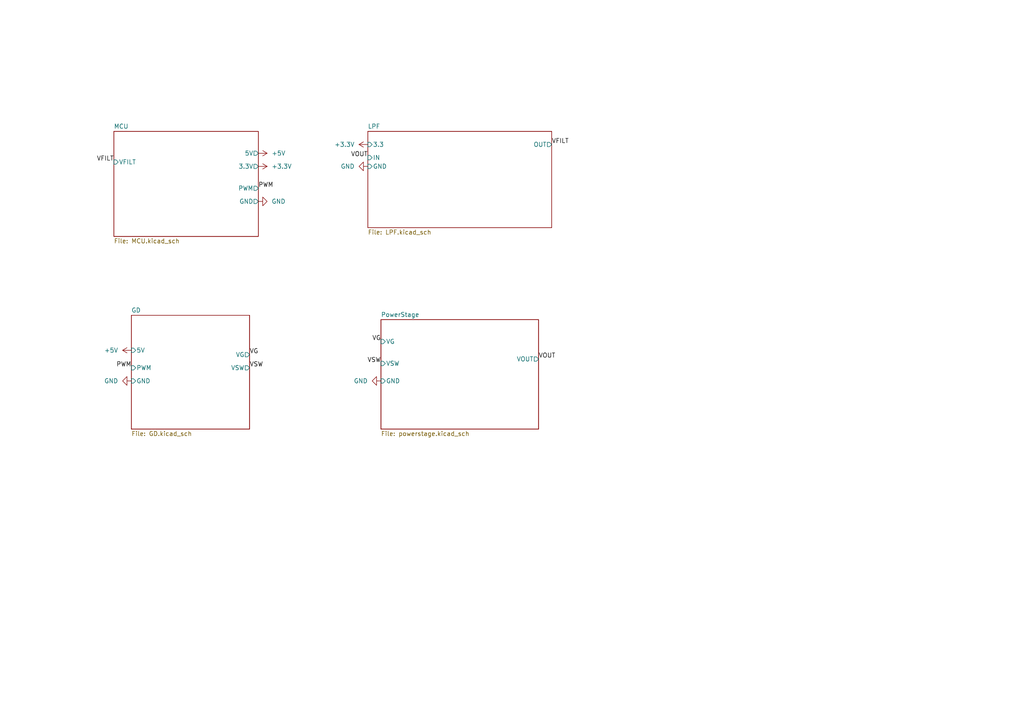
<source format=kicad_sch>
(kicad_sch
	(version 20231120)
	(generator "eeschema")
	(generator_version "8.0")
	(uuid "7f27460f-edcd-4f17-aec5-23474ccb900d")
	(paper "A4")
	(lib_symbols
		(symbol "power:+3.3V"
			(power)
			(pin_numbers hide)
			(pin_names
				(offset 0) hide)
			(exclude_from_sim no)
			(in_bom yes)
			(on_board yes)
			(property "Reference" "#PWR"
				(at 0 -3.81 0)
				(effects
					(font
						(size 1.27 1.27)
					)
					(hide yes)
				)
			)
			(property "Value" "+3.3V"
				(at 0 3.556 0)
				(effects
					(font
						(size 1.27 1.27)
					)
				)
			)
			(property "Footprint" ""
				(at 0 0 0)
				(effects
					(font
						(size 1.27 1.27)
					)
					(hide yes)
				)
			)
			(property "Datasheet" ""
				(at 0 0 0)
				(effects
					(font
						(size 1.27 1.27)
					)
					(hide yes)
				)
			)
			(property "Description" "Power symbol creates a global label with name \"+3.3V\""
				(at 0 0 0)
				(effects
					(font
						(size 1.27 1.27)
					)
					(hide yes)
				)
			)
			(property "ki_keywords" "global power"
				(at 0 0 0)
				(effects
					(font
						(size 1.27 1.27)
					)
					(hide yes)
				)
			)
			(symbol "+3.3V_0_1"
				(polyline
					(pts
						(xy -0.762 1.27) (xy 0 2.54)
					)
					(stroke
						(width 0)
						(type default)
					)
					(fill
						(type none)
					)
				)
				(polyline
					(pts
						(xy 0 0) (xy 0 2.54)
					)
					(stroke
						(width 0)
						(type default)
					)
					(fill
						(type none)
					)
				)
				(polyline
					(pts
						(xy 0 2.54) (xy 0.762 1.27)
					)
					(stroke
						(width 0)
						(type default)
					)
					(fill
						(type none)
					)
				)
			)
			(symbol "+3.3V_1_1"
				(pin power_in line
					(at 0 0 90)
					(length 0)
					(name "~"
						(effects
							(font
								(size 1.27 1.27)
							)
						)
					)
					(number "1"
						(effects
							(font
								(size 1.27 1.27)
							)
						)
					)
				)
			)
		)
		(symbol "power:+5V"
			(power)
			(pin_numbers hide)
			(pin_names
				(offset 0) hide)
			(exclude_from_sim no)
			(in_bom yes)
			(on_board yes)
			(property "Reference" "#PWR"
				(at 0 -3.81 0)
				(effects
					(font
						(size 1.27 1.27)
					)
					(hide yes)
				)
			)
			(property "Value" "+5V"
				(at 0 3.556 0)
				(effects
					(font
						(size 1.27 1.27)
					)
				)
			)
			(property "Footprint" ""
				(at 0 0 0)
				(effects
					(font
						(size 1.27 1.27)
					)
					(hide yes)
				)
			)
			(property "Datasheet" ""
				(at 0 0 0)
				(effects
					(font
						(size 1.27 1.27)
					)
					(hide yes)
				)
			)
			(property "Description" "Power symbol creates a global label with name \"+5V\""
				(at 0 0 0)
				(effects
					(font
						(size 1.27 1.27)
					)
					(hide yes)
				)
			)
			(property "ki_keywords" "global power"
				(at 0 0 0)
				(effects
					(font
						(size 1.27 1.27)
					)
					(hide yes)
				)
			)
			(symbol "+5V_0_1"
				(polyline
					(pts
						(xy -0.762 1.27) (xy 0 2.54)
					)
					(stroke
						(width 0)
						(type default)
					)
					(fill
						(type none)
					)
				)
				(polyline
					(pts
						(xy 0 0) (xy 0 2.54)
					)
					(stroke
						(width 0)
						(type default)
					)
					(fill
						(type none)
					)
				)
				(polyline
					(pts
						(xy 0 2.54) (xy 0.762 1.27)
					)
					(stroke
						(width 0)
						(type default)
					)
					(fill
						(type none)
					)
				)
			)
			(symbol "+5V_1_1"
				(pin power_in line
					(at 0 0 90)
					(length 0)
					(name "~"
						(effects
							(font
								(size 1.27 1.27)
							)
						)
					)
					(number "1"
						(effects
							(font
								(size 1.27 1.27)
							)
						)
					)
				)
			)
		)
		(symbol "power:GND"
			(power)
			(pin_numbers hide)
			(pin_names
				(offset 0) hide)
			(exclude_from_sim no)
			(in_bom yes)
			(on_board yes)
			(property "Reference" "#PWR"
				(at 0 -6.35 0)
				(effects
					(font
						(size 1.27 1.27)
					)
					(hide yes)
				)
			)
			(property "Value" "GND"
				(at 0 -3.81 0)
				(effects
					(font
						(size 1.27 1.27)
					)
				)
			)
			(property "Footprint" ""
				(at 0 0 0)
				(effects
					(font
						(size 1.27 1.27)
					)
					(hide yes)
				)
			)
			(property "Datasheet" ""
				(at 0 0 0)
				(effects
					(font
						(size 1.27 1.27)
					)
					(hide yes)
				)
			)
			(property "Description" "Power symbol creates a global label with name \"GND\" , ground"
				(at 0 0 0)
				(effects
					(font
						(size 1.27 1.27)
					)
					(hide yes)
				)
			)
			(property "ki_keywords" "global power"
				(at 0 0 0)
				(effects
					(font
						(size 1.27 1.27)
					)
					(hide yes)
				)
			)
			(symbol "GND_0_1"
				(polyline
					(pts
						(xy 0 0) (xy 0 -1.27) (xy 1.27 -1.27) (xy 0 -2.54) (xy -1.27 -1.27) (xy 0 -1.27)
					)
					(stroke
						(width 0)
						(type default)
					)
					(fill
						(type none)
					)
				)
			)
			(symbol "GND_1_1"
				(pin power_in line
					(at 0 0 270)
					(length 0)
					(name "~"
						(effects
							(font
								(size 1.27 1.27)
							)
						)
					)
					(number "1"
						(effects
							(font
								(size 1.27 1.27)
							)
						)
					)
				)
			)
		)
	)
	(label "VSW"
		(at 72.39 106.68 0)
		(effects
			(font
				(size 1.27 1.27)
			)
			(justify left bottom)
		)
		(uuid "0acc5de2-4c32-4ac6-9e52-62e8acb09c04")
	)
	(label "VOUT"
		(at 106.68 45.72 180)
		(effects
			(font
				(size 1.27 1.27)
			)
			(justify right bottom)
		)
		(uuid "15bd35da-adc4-4a74-8cb3-d8fbe9b2534c")
	)
	(label "VSW"
		(at 110.49 105.41 180)
		(effects
			(font
				(size 1.27 1.27)
			)
			(justify right bottom)
		)
		(uuid "359a3e89-455a-4a0a-b18a-adf035692bb4")
	)
	(label "VG"
		(at 72.39 102.87 0)
		(effects
			(font
				(size 1.27 1.27)
			)
			(justify left bottom)
		)
		(uuid "4032f11a-92b6-4439-8b5f-d97044f6e12b")
	)
	(label "PWM"
		(at 38.1 106.68 180)
		(effects
			(font
				(size 1.27 1.27)
			)
			(justify right bottom)
		)
		(uuid "66bee2dc-89c7-448d-8f4f-332b2d4b58c6")
	)
	(label "VFILT"
		(at 160.02 41.91 0)
		(effects
			(font
				(size 1.27 1.27)
			)
			(justify left bottom)
		)
		(uuid "70bc74f0-cc78-4a82-ae85-e896787e09b4")
	)
	(label "VG"
		(at 110.49 99.06 180)
		(effects
			(font
				(size 1.27 1.27)
			)
			(justify right bottom)
		)
		(uuid "990424e6-0e3a-4e38-8496-f7217bc9f4d1")
	)
	(label "VOUT"
		(at 156.21 104.14 0)
		(effects
			(font
				(size 1.27 1.27)
			)
			(justify left bottom)
		)
		(uuid "9af53626-fdaa-4fac-b4b4-8336ffbe5016")
	)
	(label "VFILT"
		(at 33.02 46.99 180)
		(effects
			(font
				(size 1.27 1.27)
			)
			(justify right bottom)
		)
		(uuid "d9ac09e7-43af-4e1a-8b35-1a0a53d57134")
	)
	(label "PWM"
		(at 74.93 54.61 0)
		(effects
			(font
				(size 1.27 1.27)
			)
			(justify left bottom)
		)
		(uuid "f116ee58-03e8-45b1-af5c-57f43320e9a8")
	)
	(symbol
		(lib_id "power:GND")
		(at 110.49 110.49 270)
		(unit 1)
		(exclude_from_sim no)
		(in_bom yes)
		(on_board yes)
		(dnp no)
		(fields_autoplaced yes)
		(uuid "1c3fa474-9c3e-474f-b129-2ff611610923")
		(property "Reference" "#PWR02"
			(at 104.14 110.49 0)
			(effects
				(font
					(size 1.27 1.27)
				)
				(hide yes)
			)
		)
		(property "Value" "GND"
			(at 106.68 110.4899 90)
			(effects
				(font
					(size 1.27 1.27)
				)
				(justify right)
			)
		)
		(property "Footprint" ""
			(at 110.49 110.49 0)
			(effects
				(font
					(size 1.27 1.27)
				)
				(hide yes)
			)
		)
		(property "Datasheet" ""
			(at 110.49 110.49 0)
			(effects
				(font
					(size 1.27 1.27)
				)
				(hide yes)
			)
		)
		(property "Description" "Power symbol creates a global label with name \"GND\" , ground"
			(at 110.49 110.49 0)
			(effects
				(font
					(size 1.27 1.27)
				)
				(hide yes)
			)
		)
		(pin "1"
			(uuid "03174829-f80d-4f42-9901-31be9f731049")
		)
		(instances
			(project ""
				(path "/7f27460f-edcd-4f17-aec5-23474ccb900d"
					(reference "#PWR02")
					(unit 1)
				)
			)
		)
	)
	(symbol
		(lib_id "power:GND")
		(at 74.93 58.42 90)
		(unit 1)
		(exclude_from_sim no)
		(in_bom yes)
		(on_board yes)
		(dnp no)
		(fields_autoplaced yes)
		(uuid "3481b5da-4c00-49ca-8cca-75b1cc49f409")
		(property "Reference" "#PWR03"
			(at 81.28 58.42 0)
			(effects
				(font
					(size 1.27 1.27)
				)
				(hide yes)
			)
		)
		(property "Value" "GND"
			(at 78.74 58.4199 90)
			(effects
				(font
					(size 1.27 1.27)
				)
				(justify right)
			)
		)
		(property "Footprint" ""
			(at 74.93 58.42 0)
			(effects
				(font
					(size 1.27 1.27)
				)
				(hide yes)
			)
		)
		(property "Datasheet" ""
			(at 74.93 58.42 0)
			(effects
				(font
					(size 1.27 1.27)
				)
				(hide yes)
			)
		)
		(property "Description" "Power symbol creates a global label with name \"GND\" , ground"
			(at 74.93 58.42 0)
			(effects
				(font
					(size 1.27 1.27)
				)
				(hide yes)
			)
		)
		(pin "1"
			(uuid "6bdddfec-702a-465f-b2d7-b5a92d9096eb")
		)
		(instances
			(project ""
				(path "/7f27460f-edcd-4f17-aec5-23474ccb900d"
					(reference "#PWR03")
					(unit 1)
				)
			)
		)
	)
	(symbol
		(lib_id "power:+5V")
		(at 38.1 101.6 90)
		(unit 1)
		(exclude_from_sim no)
		(in_bom yes)
		(on_board yes)
		(dnp no)
		(fields_autoplaced yes)
		(uuid "4b5315cb-c500-493e-a8b8-e7e63aa803a8")
		(property "Reference" "#PWR08"
			(at 41.91 101.6 0)
			(effects
				(font
					(size 1.27 1.27)
				)
				(hide yes)
			)
		)
		(property "Value" "+5V"
			(at 34.29 101.5999 90)
			(effects
				(font
					(size 1.27 1.27)
				)
				(justify left)
			)
		)
		(property "Footprint" ""
			(at 38.1 101.6 0)
			(effects
				(font
					(size 1.27 1.27)
				)
				(hide yes)
			)
		)
		(property "Datasheet" ""
			(at 38.1 101.6 0)
			(effects
				(font
					(size 1.27 1.27)
				)
				(hide yes)
			)
		)
		(property "Description" "Power symbol creates a global label with name \"+5V\""
			(at 38.1 101.6 0)
			(effects
				(font
					(size 1.27 1.27)
				)
				(hide yes)
			)
		)
		(pin "1"
			(uuid "cbafb7a4-7dd5-479f-bc84-2e038b389d19")
		)
		(instances
			(project ""
				(path "/7f27460f-edcd-4f17-aec5-23474ccb900d"
					(reference "#PWR08")
					(unit 1)
				)
			)
		)
	)
	(symbol
		(lib_id "power:GND")
		(at 38.1 110.49 270)
		(unit 1)
		(exclude_from_sim no)
		(in_bom yes)
		(on_board yes)
		(dnp no)
		(fields_autoplaced yes)
		(uuid "763ff1c6-3758-4bf1-be86-335e659f483d")
		(property "Reference" "#PWR01"
			(at 31.75 110.49 0)
			(effects
				(font
					(size 1.27 1.27)
				)
				(hide yes)
			)
		)
		(property "Value" "GND"
			(at 34.29 110.4899 90)
			(effects
				(font
					(size 1.27 1.27)
				)
				(justify right)
			)
		)
		(property "Footprint" ""
			(at 38.1 110.49 0)
			(effects
				(font
					(size 1.27 1.27)
				)
				(hide yes)
			)
		)
		(property "Datasheet" ""
			(at 38.1 110.49 0)
			(effects
				(font
					(size 1.27 1.27)
				)
				(hide yes)
			)
		)
		(property "Description" "Power symbol creates a global label with name \"GND\" , ground"
			(at 38.1 110.49 0)
			(effects
				(font
					(size 1.27 1.27)
				)
				(hide yes)
			)
		)
		(pin "1"
			(uuid "6d079c74-58fa-4106-9904-53732d769a13")
		)
		(instances
			(project ""
				(path "/7f27460f-edcd-4f17-aec5-23474ccb900d"
					(reference "#PWR01")
					(unit 1)
				)
			)
		)
	)
	(symbol
		(lib_id "power:+3.3V")
		(at 74.93 48.26 270)
		(unit 1)
		(exclude_from_sim no)
		(in_bom yes)
		(on_board yes)
		(dnp no)
		(fields_autoplaced yes)
		(uuid "a2489221-f580-4346-ae4f-862aa51f75bd")
		(property "Reference" "#PWR05"
			(at 71.12 48.26 0)
			(effects
				(font
					(size 1.27 1.27)
				)
				(hide yes)
			)
		)
		(property "Value" "+3.3V"
			(at 78.74 48.2599 90)
			(effects
				(font
					(size 1.27 1.27)
				)
				(justify left)
			)
		)
		(property "Footprint" ""
			(at 74.93 48.26 0)
			(effects
				(font
					(size 1.27 1.27)
				)
				(hide yes)
			)
		)
		(property "Datasheet" ""
			(at 74.93 48.26 0)
			(effects
				(font
					(size 1.27 1.27)
				)
				(hide yes)
			)
		)
		(property "Description" "Power symbol creates a global label with name \"+3.3V\""
			(at 74.93 48.26 0)
			(effects
				(font
					(size 1.27 1.27)
				)
				(hide yes)
			)
		)
		(pin "1"
			(uuid "59188fcc-257a-46b1-ac98-7baf05e7e2c5")
		)
		(instances
			(project ""
				(path "/7f27460f-edcd-4f17-aec5-23474ccb900d"
					(reference "#PWR05")
					(unit 1)
				)
			)
		)
	)
	(symbol
		(lib_id "power:+3.3V")
		(at 106.68 41.91 90)
		(unit 1)
		(exclude_from_sim no)
		(in_bom yes)
		(on_board yes)
		(dnp no)
		(fields_autoplaced yes)
		(uuid "c0dee49a-5639-4808-9972-d8ef2b9d8177")
		(property "Reference" "#PWR06"
			(at 110.49 41.91 0)
			(effects
				(font
					(size 1.27 1.27)
				)
				(hide yes)
			)
		)
		(property "Value" "+3.3V"
			(at 102.87 41.9099 90)
			(effects
				(font
					(size 1.27 1.27)
				)
				(justify left)
			)
		)
		(property "Footprint" ""
			(at 106.68 41.91 0)
			(effects
				(font
					(size 1.27 1.27)
				)
				(hide yes)
			)
		)
		(property "Datasheet" ""
			(at 106.68 41.91 0)
			(effects
				(font
					(size 1.27 1.27)
				)
				(hide yes)
			)
		)
		(property "Description" "Power symbol creates a global label with name \"+3.3V\""
			(at 106.68 41.91 0)
			(effects
				(font
					(size 1.27 1.27)
				)
				(hide yes)
			)
		)
		(pin "1"
			(uuid "3f4f6226-4e1d-4c74-b22e-0cd4941e8139")
		)
		(instances
			(project ""
				(path "/7f27460f-edcd-4f17-aec5-23474ccb900d"
					(reference "#PWR06")
					(unit 1)
				)
			)
		)
	)
	(symbol
		(lib_id "power:GND")
		(at 106.68 48.26 270)
		(unit 1)
		(exclude_from_sim no)
		(in_bom yes)
		(on_board yes)
		(dnp no)
		(fields_autoplaced yes)
		(uuid "eabf3ae0-8218-470b-b93d-427863e2128c")
		(property "Reference" "#PWR04"
			(at 100.33 48.26 0)
			(effects
				(font
					(size 1.27 1.27)
				)
				(hide yes)
			)
		)
		(property "Value" "GND"
			(at 102.87 48.2599 90)
			(effects
				(font
					(size 1.27 1.27)
				)
				(justify right)
			)
		)
		(property "Footprint" ""
			(at 106.68 48.26 0)
			(effects
				(font
					(size 1.27 1.27)
				)
				(hide yes)
			)
		)
		(property "Datasheet" ""
			(at 106.68 48.26 0)
			(effects
				(font
					(size 1.27 1.27)
				)
				(hide yes)
			)
		)
		(property "Description" "Power symbol creates a global label with name \"GND\" , ground"
			(at 106.68 48.26 0)
			(effects
				(font
					(size 1.27 1.27)
				)
				(hide yes)
			)
		)
		(pin "1"
			(uuid "8cd2a751-9e60-4aa6-9d46-22ba4009c21d")
		)
		(instances
			(project ""
				(path "/7f27460f-edcd-4f17-aec5-23474ccb900d"
					(reference "#PWR04")
					(unit 1)
				)
			)
		)
	)
	(symbol
		(lib_id "power:+5V")
		(at 74.93 44.45 270)
		(unit 1)
		(exclude_from_sim no)
		(in_bom yes)
		(on_board yes)
		(dnp no)
		(fields_autoplaced yes)
		(uuid "f1f4a838-c565-4e3c-be64-6a7fb75355f6")
		(property "Reference" "#PWR07"
			(at 71.12 44.45 0)
			(effects
				(font
					(size 1.27 1.27)
				)
				(hide yes)
			)
		)
		(property "Value" "+5V"
			(at 78.74 44.4499 90)
			(effects
				(font
					(size 1.27 1.27)
				)
				(justify left)
			)
		)
		(property "Footprint" ""
			(at 74.93 44.45 0)
			(effects
				(font
					(size 1.27 1.27)
				)
				(hide yes)
			)
		)
		(property "Datasheet" ""
			(at 74.93 44.45 0)
			(effects
				(font
					(size 1.27 1.27)
				)
				(hide yes)
			)
		)
		(property "Description" "Power symbol creates a global label with name \"+5V\""
			(at 74.93 44.45 0)
			(effects
				(font
					(size 1.27 1.27)
				)
				(hide yes)
			)
		)
		(pin "1"
			(uuid "7d85e98b-4ae1-4737-81d7-f35d221b1573")
		)
		(instances
			(project ""
				(path "/7f27460f-edcd-4f17-aec5-23474ccb900d"
					(reference "#PWR07")
					(unit 1)
				)
			)
		)
	)
	(sheet
		(at 110.49 92.71)
		(size 45.72 31.75)
		(fields_autoplaced yes)
		(stroke
			(width 0.1524)
			(type solid)
		)
		(fill
			(color 0 0 0 0.0000)
		)
		(uuid "61ab86af-0b69-4601-a42a-ab50c6e164b6")
		(property "Sheetname" "PowerStage"
			(at 110.49 91.9984 0)
			(effects
				(font
					(size 1.27 1.27)
				)
				(justify left bottom)
			)
		)
		(property "Sheetfile" "powerstage.kicad_sch"
			(at 110.49 125.0446 0)
			(effects
				(font
					(size 1.27 1.27)
				)
				(justify left top)
			)
		)
		(pin "VG" input
			(at 110.49 99.06 180)
			(effects
				(font
					(size 1.27 1.27)
				)
				(justify left)
			)
			(uuid "5610c89c-f054-4438-b62a-ee8854adda4b")
		)
		(pin "VSW" input
			(at 110.49 105.41 180)
			(effects
				(font
					(size 1.27 1.27)
				)
				(justify left)
			)
			(uuid "fa733140-71f4-424a-8904-8cf0bfbd5956")
		)
		(pin "GND" input
			(at 110.49 110.49 180)
			(effects
				(font
					(size 1.27 1.27)
				)
				(justify left)
			)
			(uuid "2ea2bb2b-8e45-4b1e-b599-1d87c24e06ec")
		)
		(pin "VOUT" output
			(at 156.21 104.14 0)
			(effects
				(font
					(size 1.27 1.27)
				)
				(justify right)
			)
			(uuid "88bc5e27-1445-4695-b4a1-5027906a16e9")
		)
		(instances
			(project "NEW1"
				(path "/7f27460f-edcd-4f17-aec5-23474ccb900d"
					(page "5")
				)
			)
		)
	)
	(sheet
		(at 106.68 38.1)
		(size 53.34 27.94)
		(fields_autoplaced yes)
		(stroke
			(width 0.1524)
			(type solid)
		)
		(fill
			(color 0 0 0 0.0000)
		)
		(uuid "68f1c2b9-f8e6-4df9-b77c-5a4062b6111f")
		(property "Sheetname" "LPF"
			(at 106.68 37.3884 0)
			(effects
				(font
					(size 1.27 1.27)
				)
				(justify left bottom)
			)
		)
		(property "Sheetfile" "LPF.kicad_sch"
			(at 106.68 66.6246 0)
			(effects
				(font
					(size 1.27 1.27)
				)
				(justify left top)
			)
		)
		(pin "3.3" input
			(at 106.68 41.91 180)
			(effects
				(font
					(size 1.27 1.27)
				)
				(justify left)
			)
			(uuid "75e597d3-2ac3-4ec8-94ec-a33847917078")
		)
		(pin "IN" input
			(at 106.68 45.72 180)
			(effects
				(font
					(size 1.27 1.27)
				)
				(justify left)
			)
			(uuid "ab7d16bd-c27d-4645-8dcd-581d05990372")
		)
		(pin "GND" input
			(at 106.68 48.26 180)
			(effects
				(font
					(size 1.27 1.27)
				)
				(justify left)
			)
			(uuid "8b653e8b-5d60-4421-87b1-c304afa6f5df")
		)
		(pin "OUT" output
			(at 160.02 41.91 0)
			(effects
				(font
					(size 1.27 1.27)
				)
				(justify right)
			)
			(uuid "6bed92d3-818c-4903-b467-2a0d93db3cc9")
		)
		(instances
			(project "NEW1"
				(path "/7f27460f-edcd-4f17-aec5-23474ccb900d"
					(page "3")
				)
			)
		)
	)
	(sheet
		(at 38.1 91.44)
		(size 34.29 33.02)
		(fields_autoplaced yes)
		(stroke
			(width 0.1524)
			(type solid)
		)
		(fill
			(color 0 0 0 0.0000)
		)
		(uuid "8ef7c625-75c7-44b6-a787-19d5b838164a")
		(property "Sheetname" "GD"
			(at 38.1 90.7284 0)
			(effects
				(font
					(size 1.27 1.27)
				)
				(justify left bottom)
			)
		)
		(property "Sheetfile" "GD.kicad_sch"
			(at 38.1 125.0446 0)
			(effects
				(font
					(size 1.27 1.27)
				)
				(justify left top)
			)
		)
		(pin "5V" input
			(at 38.1 101.6 180)
			(effects
				(font
					(size 1.27 1.27)
				)
				(justify left)
			)
			(uuid "2c27ebdf-f8b5-421b-8650-09cbee508df2")
		)
		(pin "PWM" input
			(at 38.1 106.68 180)
			(effects
				(font
					(size 1.27 1.27)
				)
				(justify left)
			)
			(uuid "65a3ad3e-944f-4908-8678-311ad4cc5730")
		)
		(pin "GND" input
			(at 38.1 110.49 180)
			(effects
				(font
					(size 1.27 1.27)
				)
				(justify left)
			)
			(uuid "13f46bad-dd9c-4510-aaef-2fa303d2e9f2")
		)
		(pin "VG" output
			(at 72.39 102.87 0)
			(effects
				(font
					(size 1.27 1.27)
				)
				(justify right)
			)
			(uuid "b0db838c-e8cf-4e2f-9d9d-6b932a09ddc7")
		)
		(pin "VSW" output
			(at 72.39 106.68 0)
			(effects
				(font
					(size 1.27 1.27)
				)
				(justify right)
			)
			(uuid "8f67f7e9-376c-4539-bb7e-c0f7216f271e")
		)
		(instances
			(project "NEW1"
				(path "/7f27460f-edcd-4f17-aec5-23474ccb900d"
					(page "4")
				)
			)
		)
	)
	(sheet
		(at 33.02 38.1)
		(size 41.91 30.48)
		(fields_autoplaced yes)
		(stroke
			(width 0.1524)
			(type solid)
		)
		(fill
			(color 0 0 0 0.0000)
		)
		(uuid "f911f594-d1f0-4082-b81a-9bb425ff2ebe")
		(property "Sheetname" "MCU"
			(at 33.02 37.3884 0)
			(effects
				(font
					(size 1.27 1.27)
				)
				(justify left bottom)
			)
		)
		(property "Sheetfile" "MCU.kicad_sch"
			(at 33.02 69.1646 0)
			(effects
				(font
					(size 1.27 1.27)
				)
				(justify left top)
			)
		)
		(pin "3.3V" output
			(at 74.93 48.26 0)
			(effects
				(font
					(size 1.27 1.27)
				)
				(justify right)
			)
			(uuid "c2934816-c76c-4130-bae0-ad806d637514")
		)
		(pin "5V" output
			(at 74.93 44.45 0)
			(effects
				(font
					(size 1.27 1.27)
				)
				(justify right)
			)
			(uuid "9f6fd7eb-393e-43d3-ac41-043d4fb581e9")
		)
		(pin "GND" output
			(at 74.93 58.42 0)
			(effects
				(font
					(size 1.27 1.27)
				)
				(justify right)
			)
			(uuid "500542ed-fec0-47d1-ab18-46c949bb7568")
		)
		(pin "PWM" output
			(at 74.93 54.61 0)
			(effects
				(font
					(size 1.27 1.27)
				)
				(justify right)
			)
			(uuid "8accb462-32cd-469e-8711-8a4892efeb2e")
		)
		(pin "VFILT" input
			(at 33.02 46.99 180)
			(effects
				(font
					(size 1.27 1.27)
				)
				(justify left)
			)
			(uuid "4dcf42fd-5d0b-4248-9c3c-51ff223d2ea0")
		)
		(instances
			(project "NEW1"
				(path "/7f27460f-edcd-4f17-aec5-23474ccb900d"
					(page "2")
				)
			)
		)
	)
	(sheet_instances
		(path "/"
			(page "1")
		)
	)
)

</source>
